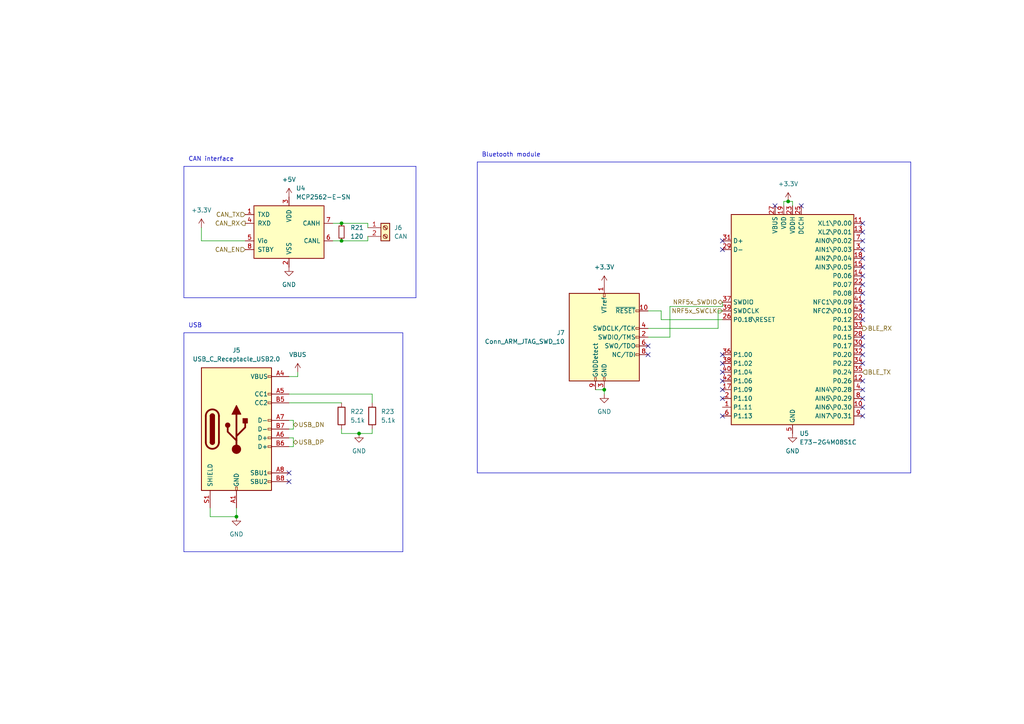
<source format=kicad_sch>
(kicad_sch (version 20230121) (generator eeschema)
  (paper "A4")
  (lib_symbols
    (symbol "Connector:Conn_ARM_JTAG_SWD_10" (pin_names (offset 1.016))
      (property "Reference" "J" (at -2.54 16.51 0))
      (property "Value" "Conn_ARM_JTAG_SWD_10" (at -2.54 13.97 0))
      (symbol "Conn_ARM_JTAG_SWD_10_0_1"
        (rectangle (start -10.16 12.7) (end 10.16 -12.7) (stroke (width 0.254)) (fill (type background)))
        (rectangle (start -2.794 -12.7) (end -2.286 -11.684))
        (rectangle (start -0.254 -12.7) (end 0.254 -11.684))
        (rectangle (start -0.254 12.7) (end 0.254 11.684))
        (rectangle (start 9.144 2.286) (end 10.16 2.794))
        (rectangle (start 10.16 -2.794) (end 9.144 -2.286))
        (rectangle (start 10.16 -0.254) (end 9.144 0.254))
        (rectangle (start 10.16 7.874) (end 9.144 7.366))
      )
      (symbol "Conn_ARM_JTAG_SWD_10_1_1"
        (rectangle (start 9.144 -5.334) (end 10.16 -4.826))
        (pin power_in line (at 0 15.24 270) (length 2.54) (name "VTref") (number "1"))
        (pin open_collector line (at 12.7 7.62 180) (length 2.54) (name "~{RESET}") (number "10"))
        (pin bidirectional line (at 12.7 0 180) (length 2.54) (name "SWDIO/TMS") (number "2"))
        (pin power_in line (at 0 -15.24 90) (length 2.54) (name "GND") (number "3"))
        (pin output line (at 12.7 2.54 180) (length 2.54) (name "SWDCLK/TCK") (number "4"))
        (pin passive line (at 0 -15.24 90) (length 2.54) hide (name "GND") (number "5"))
        (pin input line (at 12.7 -2.54 180) (length 2.54) (name "SWO/TDO") (number "6"))
        (pin no_connect line (at -10.16 0 0) (length 2.54) hide (name "KEY") (number "7"))
        (pin output line (at 12.7 -5.08 180) (length 2.54) (name "NC/TDI") (number "8"))
        (pin passive line (at -2.54 -15.24 90) (length 2.54) (name "GNDDetect") (number "9"))
      )
    )
    (symbol "Connector:Screw_Terminal_01x02" (pin_names (offset 1.016) hide)
      (property "Reference" "J" (at 0 2.54 0))
      (property "Value" "Screw_Terminal_01x02" (at 0 -5.08 0))
      (symbol "Screw_Terminal_01x02_1_1"
        (rectangle (start -1.27 1.27) (end 1.27 -3.81) (stroke (width 0.254)) (fill (type background)))
        (circle (center 0 -2.54) (radius 0.635) (stroke (width 0.1524)))
        (polyline (pts (xy -0.5334 -2.2098) (xy 0.3302 -3.048)) (stroke (width 0.1524)))
        (polyline (pts (xy -0.5334 0.3302) (xy 0.3302 -0.508)) (stroke (width 0.1524)))
        (polyline (pts (xy -0.3556 -2.032) (xy 0.508 -2.8702)) (stroke (width 0.1524)))
        (polyline (pts (xy -0.3556 0.508) (xy 0.508 -0.3302)) (stroke (width 0.1524)))
        (circle (center 0 0) (radius 0.635) (stroke (width 0.1524)))
        (pin passive line (at -5.08 0 0) (length 3.81) (name "Pin_1") (number "1"))
        (pin passive line (at -5.08 -2.54 0) (length 3.81) (name "Pin_2") (number "2"))
      )
    )
    (symbol "Connector:USB_C_Receptacle_USB2.0" (pin_names (offset 1.016))
      (property "Reference" "J" (at -10.16 19.05 0))
      (property "Value" "USB_C_Receptacle_USB2.0" (at 19.05 19.05 0))
      (symbol "USB_C_Receptacle_USB2.0_0_0"
        (rectangle (start -0.254 -17.78) (end 0.254 -16.764))
        (rectangle (start 10.16 -14.986) (end 9.144 -15.494))
        (rectangle (start 10.16 -12.446) (end 9.144 -12.954))
        (rectangle (start 10.16 -4.826) (end 9.144 -5.334))
        (rectangle (start 10.16 -2.286) (end 9.144 -2.794))
        (rectangle (start 10.16 0.254) (end 9.144 -0.254))
        (rectangle (start 10.16 2.794) (end 9.144 2.286))
        (rectangle (start 10.16 7.874) (end 9.144 7.366))
        (rectangle (start 10.16 10.414) (end 9.144 9.906))
        (rectangle (start 10.16 15.494) (end 9.144 14.986))
      )
      (symbol "USB_C_Receptacle_USB2.0_0_1"
        (rectangle (start -10.16 17.78) (end 10.16 -17.78) (stroke (width 0.254)) (fill (type background)))
        (arc (start -8.89 -3.81) (mid -6.985 -5.7067) (end -5.08 -3.81) (stroke (width 0.508)))
        (arc (start -7.62 -3.81) (mid -6.985 -4.4423) (end -6.35 -3.81) (stroke (width 0.254)))
        (arc (start -7.62 -3.81) (mid -6.985 -4.4423) (end -6.35 -3.81) (stroke (width 0.254)) (fill (type outline)))
        (rectangle (start -7.62 -3.81) (end -6.35 3.81) (stroke (width 0.254)) (fill (type outline)))
        (arc (start -6.35 3.81) (mid -6.985 4.4423) (end -7.62 3.81) (stroke (width 0.254)))
        (arc (start -6.35 3.81) (mid -6.985 4.4423) (end -7.62 3.81) (stroke (width 0.254)) (fill (type outline)))
        (arc (start -5.08 3.81) (mid -6.985 5.7067) (end -8.89 3.81) (stroke (width 0.508)))
        (circle (center -2.54 1.143) (radius 0.635) (stroke (width 0.254)) (fill (type outline)))
        (circle (center 0 -5.842) (radius 1.27) (fill (type outline)))
        (polyline (pts (xy -8.89 -3.81) (xy -8.89 3.81)) (stroke (width 0.508)))
        (polyline (pts (xy -5.08 3.81) (xy -5.08 -3.81)) (stroke (width 0.508)))
        (polyline (pts (xy 0 -5.842) (xy 0 4.318)) (stroke (width 0.508)))
        (polyline (pts (xy 0 -3.302) (xy -2.54 -0.762) (xy -2.54 0.508)) (stroke (width 0.508)))
        (polyline (pts (xy 0 -2.032) (xy 2.54 0.508) (xy 2.54 1.778)) (stroke (width 0.508)))
        (polyline (pts (xy -1.27 4.318) (xy 0 6.858) (xy 1.27 4.318) (xy -1.27 4.318)) (stroke (width 0.254)) (fill (type outline)))
        (rectangle (start 1.905 1.778) (end 3.175 3.048) (stroke (width 0.254)) (fill (type outline)))
      )
      (symbol "USB_C_Receptacle_USB2.0_1_1"
        (pin passive line (at 0 -22.86 90) (length 5.08) (name "GND") (number "A1"))
        (pin passive line (at 0 -22.86 90) (length 5.08) hide (name "GND") (number "A12"))
        (pin passive line (at 15.24 15.24 180) (length 5.08) (name "VBUS") (number "A4"))
        (pin bidirectional line (at 15.24 10.16 180) (length 5.08) (name "CC1") (number "A5"))
        (pin bidirectional line (at 15.24 -2.54 180) (length 5.08) (name "D+") (number "A6"))
        (pin bidirectional line (at 15.24 2.54 180) (length 5.08) (name "D-") (number "A7"))
        (pin bidirectional line (at 15.24 -12.7 180) (length 5.08) (name "SBU1") (number "A8"))
        (pin passive line (at 15.24 15.24 180) (length 5.08) hide (name "VBUS") (number "A9"))
        (pin passive line (at 0 -22.86 90) (length 5.08) hide (name "GND") (number "B1"))
        (pin passive line (at 0 -22.86 90) (length 5.08) hide (name "GND") (number "B12"))
        (pin passive line (at 15.24 15.24 180) (length 5.08) hide (name "VBUS") (number "B4"))
        (pin bidirectional line (at 15.24 7.62 180) (length 5.08) (name "CC2") (number "B5"))
        (pin bidirectional line (at 15.24 -5.08 180) (length 5.08) (name "D+") (number "B6"))
        (pin bidirectional line (at 15.24 0 180) (length 5.08) (name "D-") (number "B7"))
        (pin bidirectional line (at 15.24 -15.24 180) (length 5.08) (name "SBU2") (number "B8"))
        (pin passive line (at 15.24 15.24 180) (length 5.08) hide (name "VBUS") (number "B9"))
        (pin passive line (at -7.62 -22.86 90) (length 5.08) (name "SHIELD") (number "S1"))
      )
    )
    (symbol "Device:R" (pin_numbers hide) (pin_names (offset 0))
      (property "Reference" "R" (at 2.032 0 90))
      (property "Value" "R" (at 0 0 90))
      (symbol "R_0_1"
        (rectangle (start -1.016 -2.54) (end 1.016 2.54) (stroke (width 0.254)))
      )
      (symbol "R_1_1"
        (pin passive line (at 0 3.81 270) (length 1.27) (name "~") (number "1"))
        (pin passive line (at 0 -3.81 90) (length 1.27) (name "~") (number "2"))
      )
    )
    (symbol "Device:R_Small" (pin_numbers hide) (pin_names (offset 0.254) hide)
      (property "Reference" "R" (at 0.762 0.508 0))
      (property "Value" "R_Small" (at 0.762 -1.016 0))
      (symbol "R_Small_0_1"
        (rectangle (start -0.762 1.778) (end 0.762 -1.778) (stroke (width 0.2032)))
      )
      (symbol "R_Small_1_1"
        (pin passive line (at 0 2.54 270) (length 0.762) (name "~") (number "1"))
        (pin passive line (at 0 -2.54 90) (length 0.762) (name "~") (number "2"))
      )
    )
    (symbol "Interface_CAN_LIN:MCP2562-E-SN" (pin_names (offset 1.016))
      (property "Reference" "U" (at -10.16 8.89 0))
      (property "Value" "MCP2562-E-SN" (at 2.54 8.89 0))
      (symbol "MCP2562-E-SN_0_1"
        (rectangle (start -10.16 7.62) (end 10.16 -7.62) (stroke (width 0.254)) (fill (type background)))
      )
      (symbol "MCP2562-E-SN_1_1"
        (pin input line (at -12.7 5.08 0) (length 2.54) (name "TXD") (number "1"))
        (pin power_in line (at 0 -10.16 90) (length 2.54) (name "VSS") (number "2"))
        (pin power_in line (at 0 10.16 270) (length 2.54) (name "VDD") (number "3"))
        (pin output line (at -12.7 2.54 0) (length 2.54) (name "RXD") (number "4"))
        (pin power_in line (at -12.7 -2.54 0) (length 2.54) (name "Vio") (number "5"))
        (pin bidirectional line (at 12.7 -2.54 180) (length 2.54) (name "CANL") (number "6"))
        (pin bidirectional line (at 12.7 2.54 180) (length 2.54) (name "CANH") (number "7"))
        (pin input line (at -12.7 -5.08 0) (length 2.54) (name "STBY") (number "8"))
      )
    )
    (symbol "power:+3.3V" (power) (pin_names (offset 0))
      (property "Value" "+3.3V" (at 0 3.556 0))
      (symbol "+3.3V_0_1"
        (polyline (pts (xy -0.762 1.27) (xy 0 2.54)))
        (polyline (pts (xy 0 0) (xy 0 2.54)))
        (polyline (pts (xy 0 2.54) (xy 0.762 1.27)))
      )
      (symbol "+3.3V_1_1"
        (pin power_in line (at 0 0 90) (length 0) hide (name "+3.3V") (number "1"))
      )
    )
    (symbol "power:+5V" (power) (pin_names (offset 0))
      (property "Value" "+5V" (at 0 3.556 0))
      (symbol "+5V_0_1"
        (polyline (pts (xy -0.762 1.27) (xy 0 2.54)))
        (polyline (pts (xy 0 0) (xy 0 2.54)))
        (polyline (pts (xy 0 2.54) (xy 0.762 1.27)))
      )
      (symbol "+5V_1_1"
        (pin power_in line (at 0 0 90) (length 0) hide (name "+5V") (number "1"))
      )
    )
    (symbol "power:GND" (power) (pin_names (offset 0))
      (property "Value" "GND" (at 0 -3.81 0))
      (symbol "GND_0_1"
        (polyline (pts (xy 0 0) (xy 0 -1.27) (xy 1.27 -1.27) (xy 0 -2.54) (xy -1.27 -1.27) (xy 0 -1.27)))
      )
      (symbol "GND_1_1"
        (pin power_in line (at 0 0 270) (length 0) hide (name "GND") (number "1"))
      )
    )
    (symbol "power:VBUS" (power) (pin_names (offset 0))
      (property "Value" "VBUS" (at 0 3.81 0))
      (symbol "VBUS_0_1"
        (polyline (pts (xy -0.762 1.27) (xy 0 2.54)))
        (polyline (pts (xy 0 0) (xy 0 2.54)))
        (polyline (pts (xy 0 2.54) (xy 0.762 1.27)))
      )
      (symbol "VBUS_1_1"
        (pin power_in line (at 0 0 90) (length 0) hide (name "VBUS") (number "1"))
      )
    )
    (symbol "vesc-bms:E73-2G4M08S1C"
      (property "Reference" "U" (at 0 -10.16 0))
      (property "Value" "E73-2G4M08S1C" (at 0 -12.7 0))
      (symbol "E73-2G4M08S1C_0_1"
        (rectangle (start -17.78 30.48) (end 17.78 -30.48) (stroke (width 0.254)) (fill (type background)))
      )
      (symbol "E73-2G4M08S1C_1_1"
        (pin bidirectional line (at -20.32 -25.4 0) (length 2.54) (name "P1.11") (number "1"))
        (pin bidirectional line (at 20.32 -25.4 180) (length 2.54) (name "AIN6\\P0.30") (number "10"))
        (pin bidirectional line (at 20.32 27.94 180) (length 2.54) (name "XL1\\P0.00") (number "11"))
        (pin bidirectional line (at 20.32 -17.78 180) (length 2.54) (name "P0.26") (number "12"))
        (pin bidirectional line (at 20.32 25.4 180) (length 2.54) (name "XL2\\P0.01") (number "13"))
        (pin bidirectional line (at 20.32 12.7 180) (length 2.54) (name "P0.06") (number "14"))
        (pin bidirectional line (at 20.32 15.24 180) (length 2.54) (name "AIN3\\P0.05") (number "15"))
        (pin bidirectional line (at 20.32 7.62 180) (length 2.54) (name "P0.08") (number "16"))
        (pin bidirectional line (at -20.32 -20.32 0) (length 2.54) (name "P1.09") (number "17"))
        (pin bidirectional line (at 20.32 17.78 180) (length 2.54) (name "AIN2\\P0.04") (number "18"))
        (pin power_in line (at -2.54 33.02 270) (length 2.54) (name "VDD") (number "19"))
        (pin bidirectional line (at -20.32 -22.86 0) (length 2.54) (name "P1.10") (number "2"))
        (pin bidirectional line (at 20.32 0 180) (length 2.54) (name "P0.12") (number "20"))
        (pin passive line (at 0 -33.02 90) (length 2.54) hide (name "GND") (number "21"))
        (pin bidirectional line (at 20.32 10.16 180) (length 2.54) (name "P0.07") (number "22"))
        (pin power_in line (at 0 33.02 270) (length 2.54) (name "VDDH") (number "23"))
        (pin passive line (at 0 -33.02 90) (length 2.54) hide (name "GND") (number "24"))
        (pin power_out line (at 2.54 33.02 270) (length 2.54) (name "DCCH") (number "25"))
        (pin bidirectional line (at -20.32 0 0) (length 2.54) (name "P0.18\\RESET") (number "26"))
        (pin power_in line (at -5.08 33.02 270) (length 2.54) (name "VBUS") (number "27"))
        (pin bidirectional line (at 20.32 -5.08 180) (length 2.54) (name "P0.15") (number "28"))
        (pin bidirectional line (at -20.32 20.32 0) (length 2.54) (name "D-") (number "29"))
        (pin bidirectional line (at 20.32 20.32 180) (length 2.54) (name "AIN1\\P0.03") (number "3"))
        (pin bidirectional line (at 20.32 -7.62 180) (length 2.54) (name "P0.17") (number "30"))
        (pin bidirectional line (at -20.32 22.86 0) (length 2.54) (name "D+") (number "31"))
        (pin bidirectional line (at 20.32 -10.16 180) (length 2.54) (name "P0.20") (number "32"))
        (pin bidirectional line (at 20.32 -2.54 180) (length 2.54) (name "P0.13") (number "33"))
        (pin bidirectional line (at 20.32 -12.7 180) (length 2.54) (name "P0.22") (number "34"))
        (pin bidirectional line (at 20.32 -15.24 180) (length 2.54) (name "P0.24") (number "35"))
        (pin bidirectional line (at -20.32 -10.16 0) (length 2.54) (name "P1.00") (number "36"))
        (pin bidirectional line (at -20.32 5.08 0) (length 2.54) (name "SWDIO") (number "37"))
        (pin bidirectional line (at -20.32 -12.7 0) (length 2.54) (name "P1.02") (number "38"))
        (pin bidirectional line (at -20.32 2.54 0) (length 2.54) (name "SWDCLK") (number "39"))
        (pin bidirectional line (at 20.32 -20.32 180) (length 2.54) (name "AIN4\\P0.28") (number "4"))
        (pin bidirectional line (at -20.32 -15.24 0) (length 2.54) (name "P1.04") (number "40"))
        (pin bidirectional line (at 20.32 5.08 180) (length 2.54) (name "NFC1\\P0.09") (number "41"))
        (pin bidirectional line (at -20.32 -17.78 0) (length 2.54) (name "P1.06") (number "42"))
        (pin bidirectional line (at 20.32 2.54 180) (length 2.54) (name "NFC2\\P0.10") (number "43"))
        (pin power_in line (at 0 -33.02 90) (length 2.54) (name "GND") (number "5"))
        (pin bidirectional line (at -20.32 -27.94 0) (length 2.54) (name "P1.13") (number "6"))
        (pin bidirectional line (at 20.32 22.86 180) (length 2.54) (name "AIN0\\P0.02") (number "7"))
        (pin bidirectional line (at 20.32 -22.86 180) (length 2.54) (name "AIN5\\P0.29") (number "8"))
        (pin bidirectional line (at 20.32 -27.94 180) (length 2.54) (name "AIN7\\P0.31") (number "9"))
      )
    )
  )
  (junction (at 175.26 113.03))
  (junction (at 68.58 149.86))
  (junction (at 228.6 58.42))
  (junction (at 104.14 125.73))
  (junction (at 99.06 69.85))
  (junction (at 99.06 64.77))
  (no_connect (at 187.96 102.87))
  (no_connect (at 187.96 100.33))
  (no_connect (at 83.82 137.16))
  (no_connect (at 250.19 82.55))
  (no_connect (at 250.19 80.01))
  (no_connect (at 224.79 59.69))
  (no_connect (at 209.55 69.85))
  (no_connect (at 209.55 72.39))
  (no_connect (at 209.55 102.87))
  (no_connect (at 209.55 105.41))
  (no_connect (at 209.55 107.95))
  (no_connect (at 209.55 110.49))
  (no_connect (at 209.55 113.03))
  (no_connect (at 250.19 69.85))
  (no_connect (at 250.19 67.31))
  (no_connect (at 250.19 64.77))
  (no_connect (at 250.19 85.09))
  (no_connect (at 250.19 92.71))
  (no_connect (at 250.19 90.17))
  (no_connect (at 250.19 87.63))
  (no_connect (at 250.19 74.93))
  (no_connect (at 250.19 72.39))
  (no_connect (at 250.19 77.47))
  (no_connect (at 250.19 113.03))
  (no_connect (at 250.19 110.49))
  (no_connect (at 250.19 105.41))
  (no_connect (at 209.55 115.57))
  (no_connect (at 250.19 115.57))
  (no_connect (at 209.55 120.65))
  (no_connect (at 250.19 120.65))
  (no_connect (at 250.19 118.11))
  (no_connect (at 250.19 102.87))
  (no_connect (at 250.19 100.33))
  (no_connect (at 250.19 97.79))
  (no_connect (at 83.82 139.7))
  (no_connect (at 232.41 59.69))
  (wire (pts (xy 68.58 149.86) (xy 60.96 149.86)))
  (polyline (pts (xy 138.43 46.99) (xy 138.43 137.16)))
  (polyline (pts (xy 116.84 160.02) (xy 53.34 160.02)))
  (polyline (pts (xy 53.34 86.36) (xy 120.65 86.36)))
  (wire (pts (xy 86.36 109.22) (xy 83.82 109.22)))
  (wire (pts (xy 187.96 95.25) (xy 208.28 95.25)))
  (wire (pts (xy 229.87 59.69) (xy 229.87 58.42)))
  (wire (pts (xy 187.96 90.17) (xy 191.77 90.17)))
  (wire (pts (xy 107.95 125.73) (xy 104.14 125.73)))
  (wire (pts (xy 96.52 64.77) (xy 99.06 64.77)))
  (polyline (pts (xy 53.34 96.52) (xy 116.84 96.52)))
  (wire (pts (xy 208.28 90.17) (xy 209.55 90.17)))
  (wire (pts (xy 194.31 97.79) (xy 194.31 88.9)))
  (wire (pts (xy 227.33 59.69) (xy 227.33 58.42)))
  (wire (pts (xy 209.55 88.9) (xy 209.55 87.63)))
  (wire (pts (xy 175.26 113.03) (xy 175.26 114.3)))
  (wire (pts (xy 106.68 69.85) (xy 106.68 68.58)))
  (polyline (pts (xy 264.16 137.16) (xy 138.43 137.16)))
  (polyline (pts (xy 53.34 48.26) (xy 120.65 48.26)))
  (wire (pts (xy 58.42 69.85) (xy 58.42 66.04)))
  (polyline (pts (xy 116.84 96.52) (xy 116.84 160.02)))
  (polyline (pts (xy 138.43 46.99) (xy 264.16 46.99)))
  (wire (pts (xy 68.58 147.32) (xy 68.58 149.86)))
  (polyline (pts (xy 120.65 86.36) (xy 120.65 48.26)))
  (wire (pts (xy 99.06 64.77) (xy 106.68 64.77)))
  (polyline (pts (xy 53.34 48.26) (xy 53.34 86.36)))
  (wire (pts (xy 85.09 124.46) (xy 83.82 124.46)))
  (wire (pts (xy 208.28 95.25) (xy 208.28 90.17)))
  (wire (pts (xy 83.82 121.92) (xy 85.09 121.92)))
  (wire (pts (xy 187.96 97.79) (xy 194.31 97.79)))
  (wire (pts (xy 191.77 92.71) (xy 209.55 92.71)))
  (wire (pts (xy 229.87 58.42) (xy 228.6 58.42)))
  (polyline (pts (xy 264.16 46.99) (xy 264.16 137.16)))
  (polyline (pts (xy 53.34 160.02) (xy 53.34 96.52)))
  (wire (pts (xy 227.33 58.42) (xy 228.6 58.42)))
  (wire (pts (xy 85.09 127) (xy 85.09 129.54)))
  (wire (pts (xy 86.36 107.95) (xy 86.36 109.22)))
  (wire (pts (xy 83.82 116.84) (xy 99.06 116.84)))
  (wire (pts (xy 99.06 125.73) (xy 104.14 125.73)))
  (wire (pts (xy 85.09 129.54) (xy 83.82 129.54)))
  (wire (pts (xy 96.52 69.85) (xy 99.06 69.85)))
  (wire (pts (xy 107.95 116.84) (xy 107.95 114.3)))
  (wire (pts (xy 106.68 64.77) (xy 106.68 66.04)))
  (wire (pts (xy 85.09 121.92) (xy 85.09 124.46)))
  (wire (pts (xy 99.06 69.85) (xy 106.68 69.85)))
  (wire (pts (xy 85.09 127) (xy 83.82 127)))
  (wire (pts (xy 191.77 90.17) (xy 191.77 92.71)))
  (wire (pts (xy 71.12 69.85) (xy 58.42 69.85)))
  (wire (pts (xy 172.72 113.03) (xy 175.26 113.03)))
  (wire (pts (xy 99.06 124.46) (xy 99.06 125.73)))
  (wire (pts (xy 60.96 149.86) (xy 60.96 147.32)))
  (wire (pts (xy 194.31 88.9) (xy 209.55 88.9)))
  (wire (pts (xy 107.95 124.46) (xy 107.95 125.73)))
  (wire (pts (xy 83.82 114.3) (xy 107.95 114.3)))
  (text "USB" (at 54.61 95.25 0) (effects (font (size 1.27 1.27)) (justify left bottom)))
  (text "Bluetooth module" (at 139.7 45.72 0) (effects (font (size 1.27 1.27)) (justify left bottom)))
  (text "CAN interface" (at 54.61 46.99 0) (effects (font (size 1.27 1.27)) (justify left bottom)))
  (hierarchical_label "CAN_TX" (shape input) (at 71.12 62.23 180))
  (hierarchical_label "CAN_EN" (shape input) (at 71.12 72.39 180))
  (hierarchical_label "USB_DN" (shape bidirectional) (at 85.09 123.19 0))
  (hierarchical_label "USB_DP" (shape bidirectional) (at 85.09 128.27 0))
  (hierarchical_label "NRF5x_SWCLK" (shape input) (at 209.55 90.17 180))
  (hierarchical_label "CAN_RX" (shape output) (at 71.12 64.77 180))
  (hierarchical_label "BLE_TX" (shape input) (at 250.19 107.95 0))
  (hierarchical_label "NRF5x_SWDIO" (shape bidirectional) (at 209.55 87.63 180))
  (hierarchical_label "BLE_RX" (shape output) (at 250.19 95.25 0))
  (symbol (lib_id "Connector:USB_C_Receptacle_USB2.0") (at 68.58 124.46 0) (unit 1)
    (property "Reference" "J5" (at 68.58 101.6 0))
    (property "Value" "USB_C_Receptacle_USB2.0" (at 68.58 104.14 0))
    (property "Datasheet" "https://www.usb.org/sites/default/files/documents/usb_type-c.zip" (effects hide))
  )
  (symbol (lib_id "power:GND") (at 104.14 125.73 0) (unit 1)
    (property "Reference" "#PWR034" (effects hide))
    (property "Value" "GND" (at 104.14 130.81 0))
  )
  (symbol (lib_id "Device:R_Small") (at 99.06 67.31 0) (unit 1)
    (property "Reference" "R21" (at 101.6 66.0399 0) (effects (justify left)))
    (property "Value" "120" (at 101.6 68.5799 0) (effects (justify left)))
    (property "Footprint" "Resistor_SMD:R_0603_1608Metric" (effects hide))
  )
  (symbol (lib_id "power:+3.3V") (at 58.42 66.04 0) (unit 1)
    (property "Reference" "#PWR029" (effects hide))
    (property "Value" "+3.3V" (at 58.42 60.96 0))
  )
  (symbol (lib_id "power:+3.3V") (at 175.26 82.55 0) (unit 1)
    (property "Reference" "#PWR035" (effects hide))
    (property "Value" "+3.3V" (at 175.26 77.47 0))
  )
  (symbol (lib_id "power:GND") (at 175.26 114.3 0) (unit 1)
    (property "Reference" "#PWR036" (effects hide))
    (property "Value" "GND" (at 175.26 119.38 0))
  )
  (symbol (lib_id "power:GND") (at 229.87 125.73 0) (unit 1)
    (property "Reference" "#PWR038" (effects hide))
    (property "Value" "GND" (at 229.87 130.81 0))
  )
  (symbol (lib_id "power:GND") (at 68.58 149.86 0) (unit 1)
    (property "Reference" "#PWR030" (effects hide))
    (property "Value" "GND" (at 68.58 154.94 0))
  )
  (symbol (lib_id "Device:R") (at 99.06 120.65 0) (unit 1)
    (property "Reference" "R22" (at 101.6 119.3799 0) (effects (justify left)))
    (property "Value" "5.1k" (at 101.6 121.9199 0) (effects (justify left)))
    (property "Footprint" "Resistor_SMD:R_0603_1608Metric" (effects hide))
  )
  (symbol (lib_id "power:GND") (at 83.82 77.47 0) (unit 1)
    (property "Reference" "#PWR032" (effects hide))
    (property "Value" "GND" (at 83.82 82.55 0))
  )
  (symbol (lib_id "vesc-bms:E73-2G4M08S1C") (at 229.87 92.71 0) (unit 1)
    (property "Reference" "U5" (at 231.8894 125.73 0) (effects (justify left)))
    (property "Value" "E73-2G4M08S1C" (at 231.8894 128.27 0) (effects (justify left)))
    (property "Footprint" "vesc-bms:E73-2G4M08S1C" (effects hide))
    (property "Datasheet" "http://www.ebyte.com/en/downpdf.aspx?id=445" (effects hide))
  )
  (symbol (lib_id "power:+3.3V") (at 228.6 58.42 0) (unit 1)
    (property "Reference" "#PWR037" (effects hide))
    (property "Value" "+3.3V" (at 228.6 53.34 0))
  )
  (symbol (lib_id "Device:R") (at 107.95 120.65 0) (unit 1)
    (property "Reference" "R23" (at 110.49 119.3799 0) (effects (justify left)))
    (property "Value" "5.1k" (at 110.49 121.9199 0) (effects (justify left)))
    (property "Footprint" "Resistor_SMD:R_0603_1608Metric" (effects hide))
  )
  (symbol (lib_id "Interface_CAN_LIN:MCP2562-E-SN") (at 83.82 67.31 0) (unit 1)
    (property "Reference" "U4" (at 85.8394 54.61 0) (effects (justify left)))
    (property "Value" "MCP2562-E-SN" (at 85.8394 57.15 0) (effects (justify left)))
    (property "Footprint" "Package_SO:SOIC-8_3.9x4.9mm_P1.27mm" (effects hide))
    (property "Datasheet" "http://ww1.microchip.com/downloads/en/DeviceDoc/25167A.pdf" (effects hide))
  )
  (symbol (lib_id "Connector:Screw_Terminal_01x02") (at 111.76 66.04 0) (unit 1)
    (property "Reference" "J6" (at 114.3 66.0399 0) (effects (justify left)))
    (property "Value" "CAN" (at 114.3 68.5799 0) (effects (justify left)))
  )
  (symbol (lib_id "power:VBUS") (at 86.36 107.95 0) (unit 1)
    (property "Reference" "#PWR033" (effects hide))
    (property "Value" "VBUS" (at 86.36 102.87 0))
  )
  (symbol (lib_id "power:+5V") (at 83.82 57.15 0) (unit 1)
    (property "Reference" "#PWR031" (effects hide))
    (property "Value" "+5V" (at 83.82 52.07 0))
  )
  (symbol (lib_id "Connector:Conn_ARM_JTAG_SWD_10") (at 175.26 97.79 0) (unit 1)
    (property "Reference" "J7" (at 163.83 96.5199 0) (effects (justify right)))
    (property "Value" "Conn_ARM_JTAG_SWD_10" (at 163.83 99.0599 0) (effects (justify right)))
    (property "Footprint" "Connector_PinHeader_1.27mm:PinHeader_2x05_P1.27mm_Vertical_SMD" (effects hide))
    (property "Datasheet" "http://infocenter.arm.com/help/topic/com.arm.doc.ddi0314h/DDI0314H_coresight_components_trm.pdf" (effects hide))
  )
)
</source>
